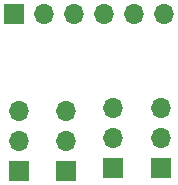
<source format=gbr>
%TF.GenerationSoftware,KiCad,Pcbnew,7.0.2*%
%TF.CreationDate,2024-03-22T08:16:19+01:00*%
%TF.ProjectId,NB_Iot,4e425f49-6f74-42e6-9b69-6361645f7063,rev?*%
%TF.SameCoordinates,Original*%
%TF.FileFunction,Soldermask,Bot*%
%TF.FilePolarity,Negative*%
%FSLAX46Y46*%
G04 Gerber Fmt 4.6, Leading zero omitted, Abs format (unit mm)*
G04 Created by KiCad (PCBNEW 7.0.2) date 2024-03-22 08:16:19*
%MOMM*%
%LPD*%
G01*
G04 APERTURE LIST*
%ADD10R,1.700000X1.700000*%
%ADD11O,1.700000X1.700000*%
G04 APERTURE END LIST*
D10*
%TO.C,J4*%
X133000000Y-65080000D03*
D11*
X133000000Y-62540000D03*
X133000000Y-60000000D03*
%TD*%
D10*
%TO.C,J1*%
X125000000Y-65260000D03*
D11*
X125000000Y-62720000D03*
X125000000Y-60180000D03*
%TD*%
D10*
%TO.C,J2*%
X124620000Y-51990000D03*
D11*
X127160000Y-51990000D03*
X129700000Y-51990000D03*
X132240000Y-51990000D03*
X134780000Y-51990000D03*
X137320000Y-51990000D03*
%TD*%
D10*
%TO.C,J5*%
X137000000Y-65080000D03*
D11*
X137000000Y-62540000D03*
X137000000Y-60000000D03*
%TD*%
D10*
%TO.C,J3*%
X129000000Y-65260000D03*
D11*
X129000000Y-62720000D03*
X129000000Y-60180000D03*
%TD*%
M02*

</source>
